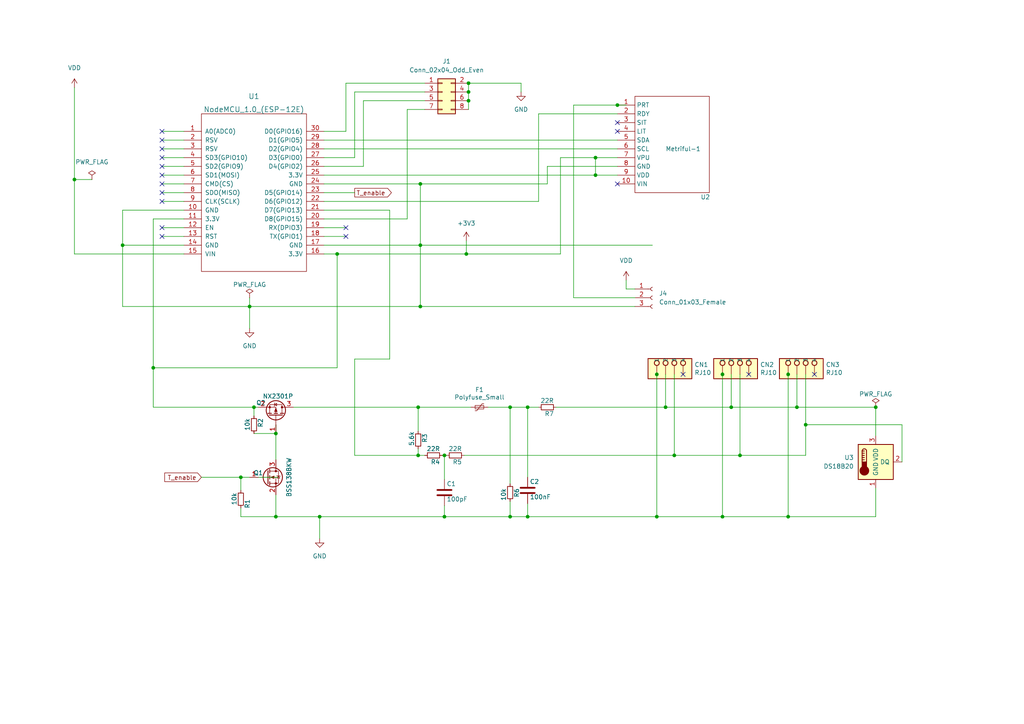
<source format=kicad_sch>
(kicad_sch (version 20211123) (generator eeschema)
  (paper "A4")
  (title_block (title "NodeMCU-Metriful") (company "Phluxus"))
  (lib_symbols
    (symbol "1wire-v0.4:Device_C" (pin_numbers hide) (pin_names (offset 0.254))
      (property "Reference" "C" (at 0.635 2.54 0))
      (property "Value" "Device_C" (at 0.635 -2.54 0))
      (symbol "Device_C_0_1"
        (polyline (pts (xy -2.032 -0.762) (xy 2.032 -0.762)) (stroke (width 0.508)))
        (polyline (pts (xy -2.032 0.762) (xy 2.032 0.762)) (stroke (width 0.508)))
      )
      (symbol "Device_C_1_1"
        (pin passive line (at 0 3.81 270) (length 2.794) (name "~") (number "1"))
        (pin passive line (at 0 -3.81 90) (length 2.794) (name "~") (number "2"))
      )
    )
    (symbol "1wire-v0.4:Device_Q_NMOS_GSD" (pin_names (offset 0) hide)
      (property "Reference" "Q" (at 5.08 1.27 0))
      (property "Value" "Device_Q_NMOS_GSD" (at 5.08 -1.27 0))
      (symbol "Device_Q_NMOS_GSD_0_1"
        (polyline (pts (xy 0.254 0) (xy -2.54 0)))
        (polyline (pts (xy 0.254 1.905) (xy 0.254 -1.905)) (stroke (width 0.254)))
        (polyline (pts (xy 0.762 -1.27) (xy 0.762 -2.286)) (stroke (width 0.254)))
        (polyline (pts (xy 0.762 0.508) (xy 0.762 -0.508)) (stroke (width 0.254)))
        (polyline (pts (xy 0.762 2.286) (xy 0.762 1.27)) (stroke (width 0.254)))
        (polyline (pts (xy 2.54 2.54) (xy 2.54 1.778)))
        (polyline (pts (xy 2.54 -2.54) (xy 2.54 0) (xy 0.762 0)))
        (polyline (pts (xy 0.762 -1.778) (xy 3.302 -1.778) (xy 3.302 1.778) (xy 0.762 1.778)))
        (polyline (pts (xy 1.016 0) (xy 2.032 0.381) (xy 2.032 -0.381) (xy 1.016 0)) (fill (type outline)))
        (polyline (pts (xy 2.794 0.508) (xy 2.921 0.381) (xy 3.683 0.381) (xy 3.81 0.254)))
        (polyline (pts (xy 3.302 0.381) (xy 2.921 -0.254) (xy 3.683 -0.254) (xy 3.302 0.381)))
        (circle (center 1.651 0) (radius 2.794) (stroke (width 0.254)))
        (circle (center 2.54 -1.778) (radius 0.254) (fill (type outline)))
        (circle (center 2.54 1.778) (radius 0.254) (fill (type outline)))
      )
      (symbol "Device_Q_NMOS_GSD_1_1"
        (pin input line (at -5.08 0 0) (length 2.54) (name "G") (number "1"))
        (pin passive line (at 2.54 -5.08 90) (length 2.54) (name "S") (number "2"))
        (pin passive line (at 2.54 5.08 270) (length 2.54) (name "D") (number "3"))
      )
    )
    (symbol "1wire-v0.4:Device_Q_PMOS_GSD" (pin_names (offset 0) hide)
      (property "Reference" "Q" (at 5.08 1.27 0))
      (property "Value" "Device_Q_PMOS_GSD" (at 5.08 -1.27 0))
      (symbol "Device_Q_PMOS_GSD_0_1"
        (polyline (pts (xy 0.254 0) (xy -2.54 0)))
        (polyline (pts (xy 0.254 1.905) (xy 0.254 -1.905)) (stroke (width 0.254)))
        (polyline (pts (xy 0.762 -1.27) (xy 0.762 -2.286)) (stroke (width 0.254)))
        (polyline (pts (xy 0.762 0.508) (xy 0.762 -0.508)) (stroke (width 0.254)))
        (polyline (pts (xy 0.762 2.286) (xy 0.762 1.27)) (stroke (width 0.254)))
        (polyline (pts (xy 2.54 2.54) (xy 2.54 1.778)))
        (polyline (pts (xy 2.54 -2.54) (xy 2.54 0) (xy 0.762 0)))
        (polyline (pts (xy 0.762 1.778) (xy 3.302 1.778) (xy 3.302 -1.778) (xy 0.762 -1.778)))
        (polyline (pts (xy 2.286 0) (xy 1.27 0.381) (xy 1.27 -0.381) (xy 2.286 0)) (fill (type outline)))
        (polyline (pts (xy 2.794 -0.508) (xy 2.921 -0.381) (xy 3.683 -0.381) (xy 3.81 -0.254)))
        (polyline (pts (xy 3.302 -0.381) (xy 2.921 0.254) (xy 3.683 0.254) (xy 3.302 -0.381)))
        (circle (center 1.651 0) (radius 2.794) (stroke (width 0.254)))
        (circle (center 2.54 -1.778) (radius 0.254) (fill (type outline)))
        (circle (center 2.54 1.778) (radius 0.254) (fill (type outline)))
      )
      (symbol "Device_Q_PMOS_GSD_1_1"
        (pin input line (at -5.08 0 0) (length 2.54) (name "G") (number "1"))
        (pin passive line (at 2.54 -5.08 90) (length 2.54) (name "S") (number "2"))
        (pin passive line (at 2.54 5.08 270) (length 2.54) (name "D") (number "3"))
      )
    )
    (symbol "1wire-v0.4:Device_R_Small" (pin_numbers hide) (pin_names (offset 0.254) hide)
      (property "Reference" "R" (at 0.762 0.508 0))
      (property "Value" "Device_R_Small" (at 0.762 -1.016 0))
      (symbol "Device_R_Small_0_1"
        (rectangle (start -0.762 1.778) (end 0.762 -1.778) (stroke (width 0.2032)))
      )
      (symbol "Device_R_Small_1_1"
        (pin passive line (at 0 2.54 270) (length 0.762) (name "~") (number "1"))
        (pin passive line (at 0 -2.54 90) (length 0.762) (name "~") (number "2"))
      )
    )
    (symbol "1wire-v0.4:Polyfuse_Small" (pin_numbers hide) (pin_names (offset 0))
      (property "Reference" "F" (at -1.905 0 90))
      (property "Value" "Polyfuse_Small" (at 1.905 0 90))
      (symbol "Polyfuse_Small_0_1"
        (rectangle (start -0.508 1.27) (end 0.508 -1.27))
        (polyline (pts (xy 0 2.54) (xy 0 -2.54)))
        (polyline (pts (xy -1.016 1.27) (xy -1.016 0.762) (xy 1.016 -0.762) (xy 1.016 -1.27)))
      )
      (symbol "Polyfuse_Small_1_1"
        (pin passive line (at 0 2.54 270) (length 0.635) (name "~") (number "1"))
        (pin passive line (at 0 -2.54 90) (length 0.635) (name "~") (number "2"))
      )
    )
    (symbol "1wire-v0.4:RJ10" (pin_numbers hide) (pin_names (offset 1.016))
      (property "Reference" "CN" (at -3.81 8.636 0))
      (property "Value" "RJ10" (at -3.81 -6.35 0))
      (symbol "RJ10_0_0"
        (rectangle (start -3.81 -5.08) (end 2.032 7.62) (stroke (width 0.254)) (fill (type background)))
        (circle (center 0.762 -2.54) (radius 0.7112) (stroke (width 0.254)))
        (circle (center 0.762 0) (radius 0.7112) (stroke (width 0.254)))
        (circle (center 0.762 2.54) (radius 0.7112) (stroke (width 0.254)))
        (circle (center 0.762 5.08) (radius 0.7112) (stroke (width 0.254)))
        (pin power_in line (at -2.54 -2.54 0) (length 2.54) (name "1") (number "1"))
        (pin power_in line (at -2.54 0 0) (length 2.54) (name "2") (number "2"))
        (pin bidirectional line (at -2.54 2.54 0) (length 2.54) (name "3") (number "3"))
        (pin bidirectional line (at -2.54 5.08 0) (length 2.54) (name "4") (number "4"))
      )
    )
    (symbol "Connector:Conn_01x03_Female" (pin_names (offset 1.016) hide)
      (property "Reference" "J" (at 0 5.08 0))
      (property "Value" "Conn_01x03_Female" (at 0 -5.08 0))
      (symbol "Conn_01x03_Female_1_1"
        (arc (start 0 -2.032) (mid -0.508 -2.54) (end 0 -3.048) (stroke (width 0.1524)))
        (polyline (pts (xy -1.27 -2.54) (xy -0.508 -2.54)) (stroke (width 0.1524)))
        (polyline (pts (xy -1.27 0) (xy -0.508 0)) (stroke (width 0.1524)))
        (polyline (pts (xy -1.27 2.54) (xy -0.508 2.54)) (stroke (width 0.1524)))
        (arc (start 0 0.508) (mid -0.508 0) (end 0 -0.508) (stroke (width 0.1524)))
        (arc (start 0 3.048) (mid -0.508 2.54) (end 0 2.032) (stroke (width 0.1524)))
        (pin passive line (at -5.08 2.54 0) (length 3.81) (name "Pin_1") (number "1"))
        (pin passive line (at -5.08 0 0) (length 3.81) (name "Pin_2") (number "2"))
        (pin passive line (at -5.08 -2.54 0) (length 3.81) (name "Pin_3") (number "3"))
      )
    )
    (symbol "Connector_Generic:Conn_02x04_Odd_Even" (pin_names (offset 1.016) hide)
      (property "Reference" "J" (at 1.27 5.08 0))
      (property "Value" "Conn_02x04_Odd_Even" (at 1.27 -7.62 0))
      (symbol "Conn_02x04_Odd_Even_1_1"
        (rectangle (start -1.27 -4.953) (end 0 -5.207) (stroke (width 0.1524)))
        (rectangle (start -1.27 -2.413) (end 0 -2.667) (stroke (width 0.1524)))
        (rectangle (start -1.27 0.127) (end 0 -0.127) (stroke (width 0.1524)))
        (rectangle (start -1.27 2.667) (end 0 2.413) (stroke (width 0.1524)))
        (rectangle (start -1.27 3.81) (end 3.81 -6.35) (stroke (width 0.254)) (fill (type background)))
        (rectangle (start 3.81 -4.953) (end 2.54 -5.207) (stroke (width 0.1524)))
        (rectangle (start 3.81 -2.413) (end 2.54 -2.667) (stroke (width 0.1524)))
        (rectangle (start 3.81 0.127) (end 2.54 -0.127) (stroke (width 0.1524)))
        (rectangle (start 3.81 2.667) (end 2.54 2.413) (stroke (width 0.1524)))
        (pin passive line (at -5.08 2.54 0) (length 3.81) (name "Pin_1") (number "1"))
        (pin passive line (at 7.62 2.54 180) (length 3.81) (name "Pin_2") (number "2"))
        (pin passive line (at -5.08 0 0) (length 3.81) (name "Pin_3") (number "3"))
        (pin passive line (at 7.62 0 180) (length 3.81) (name "Pin_4") (number "4"))
        (pin passive line (at -5.08 -2.54 0) (length 3.81) (name "Pin_5") (number "5"))
        (pin passive line (at 7.62 -2.54 180) (length 3.81) (name "Pin_6") (number "6"))
        (pin passive line (at -5.08 -5.08 0) (length 3.81) (name "Pin_7") (number "7"))
        (pin passive line (at 7.62 -5.08 180) (length 3.81) (name "Pin_8") (number "8"))
      )
    )
    (symbol "ESP8266:NodeMCU_1.0_(ESP-12E)" (pin_names (offset 1.016))
      (property "Reference" "U" (at 0 21.59 0))
      (property "Value" "NodeMCU_1.0_(ESP-12E)" (at 0 -21.59 0))
      (symbol "NodeMCU_1.0_(ESP-12E)_0_1"
        (rectangle (start -15.24 -22.86) (end 15.24 22.86))
      )
      (symbol "NodeMCU_1.0_(ESP-12E)_1_1"
        (pin input line (at -20.32 17.78 0) (length 5.08) (name "A0(ADC0)") (number "1"))
        (pin input line (at -20.32 -5.08 0) (length 5.08) (name "GND") (number "10"))
        (pin power_out line (at -20.32 -7.62 0) (length 5.08) (name "3.3V") (number "11"))
        (pin input line (at -20.32 -10.16 0) (length 5.08) (name "EN") (number "12"))
        (pin input line (at -20.32 -12.7 0) (length 5.08) (name "RST") (number "13"))
        (pin power_in line (at -20.32 -15.24 0) (length 5.08) (name "GND") (number "14"))
        (pin power_in line (at -20.32 -17.78 0) (length 5.08) (name "VIN") (number "15"))
        (pin passive line (at 20.32 -17.78 180) (length 5.08) (name "3.3V") (number "16"))
        (pin power_in line (at 20.32 -15.24 180) (length 5.08) (name "GND") (number "17"))
        (pin bidirectional line (at 20.32 -12.7 180) (length 5.08) (name "TX(GPIO1)") (number "18"))
        (pin bidirectional line (at 20.32 -10.16 180) (length 5.08) (name "RX(DPIO3)") (number "19"))
        (pin input line (at -20.32 15.24 0) (length 5.08) (name "RSV") (number "2"))
        (pin bidirectional line (at 20.32 -7.62 180) (length 5.08) (name "D8(GPIO15)") (number "20"))
        (pin bidirectional line (at 20.32 -5.08 180) (length 5.08) (name "D7(GPIO13)") (number "21"))
        (pin bidirectional line (at 20.32 -2.54 180) (length 5.08) (name "D6(GPIO12)") (number "22"))
        (pin bidirectional line (at 20.32 0 180) (length 5.08) (name "D5(GPIO14)") (number "23"))
        (pin power_in line (at 20.32 2.54 180) (length 5.08) (name "GND") (number "24"))
        (pin passive line (at 20.32 5.08 180) (length 5.08) (name "3.3V") (number "25"))
        (pin bidirectional line (at 20.32 7.62 180) (length 5.08) (name "D4(GPIO2)") (number "26"))
        (pin bidirectional line (at 20.32 10.16 180) (length 5.08) (name "D3(GPIO0)") (number "27"))
        (pin bidirectional line (at 20.32 12.7 180) (length 5.08) (name "D2(GPIO4)") (number "28"))
        (pin bidirectional line (at 20.32 15.24 180) (length 5.08) (name "D1(GPIO5)") (number "29"))
        (pin input line (at -20.32 12.7 0) (length 5.08) (name "RSV") (number "3"))
        (pin bidirectional line (at 20.32 17.78 180) (length 5.08) (name "D0(GPIO16)") (number "30"))
        (pin bidirectional line (at -20.32 10.16 0) (length 5.08) (name "SD3(GPIO10)") (number "4"))
        (pin bidirectional line (at -20.32 7.62 0) (length 5.08) (name "SD2(GPIO9)") (number "5"))
        (pin bidirectional line (at -20.32 5.08 0) (length 5.08) (name "SD1(MOSI)") (number "6"))
        (pin bidirectional line (at -20.32 2.54 0) (length 5.08) (name "CMD(CS)") (number "7"))
        (pin bidirectional line (at -20.32 0 0) (length 5.08) (name "SDO(MISO)") (number "8"))
        (pin bidirectional line (at -20.32 -2.54 0) (length 5.08) (name "CLK(SCLK)") (number "9"))
      )
    )
    (symbol "Sensor:Metriful-1"
      (property "Reference" "U" (at -10.16 16.51 0))
      (property "Value" "Metriful-1" (at 0.635 0 0))
      (symbol "Metriful-1_0_1"
        (rectangle (start -11.43 15.24) (end 10.16 -12.7))
      )
      (symbol "Metriful-1_1_1"
        (pin input line (at -16.51 12.7 0) (length 5.08) (name "PRT") (number "1"))
        (pin power_in line (at -16.51 -10.16 0) (length 5.08) (name "VIN") (number "10"))
        (pin output line (at -16.51 10.16 0) (length 5.08) (name "RDY") (number "2"))
        (pin output line (at -16.51 7.62 0) (length 5.08) (name "SIT") (number "3"))
        (pin output line (at -16.51 5.08 0) (length 5.08) (name "LIT") (number "4"))
        (pin bidirectional line (at -16.51 2.54 0) (length 5.08) (name "SDA") (number "5"))
        (pin output line (at -16.51 0 0) (length 5.08) (name "SCL") (number "6"))
        (pin input line (at -16.51 -2.54 0) (length 5.08) (name "VPU") (number "7"))
        (pin power_in line (at -16.51 -5.08 0) (length 5.08) (name "GND") (number "8"))
        (pin power_in line (at -16.51 -7.62 0) (length 5.08) (name "VDD") (number "9"))
      )
    )
    (symbol "Sensor_Temperature:DS18B20" (pin_names (offset 1.016))
      (property "Reference" "U" (at -3.81 6.35 0))
      (property "Value" "DS18B20" (at 6.35 6.35 0))
      (symbol "DS18B20_0_1"
        (rectangle (start -5.08 5.08) (end 5.08 -5.08) (stroke (width 0.254)) (fill (type background)))
        (circle (center -3.302 -2.54) (radius 1.27) (stroke (width 0.254)) (fill (type outline)))
        (rectangle (start -2.667 -1.905) (end -3.937 0) (stroke (width 0.254)) (fill (type outline)))
        (arc (start -2.667 3.175) (mid -3.302 3.81) (end -3.937 3.175) (stroke (width 0.254)))
        (polyline (pts (xy -3.937 0.635) (xy -3.302 0.635)) (stroke (width 0.254)))
        (polyline (pts (xy -3.937 1.27) (xy -3.302 1.27)) (stroke (width 0.254)))
        (polyline (pts (xy -3.937 1.905) (xy -3.302 1.905)) (stroke (width 0.254)))
        (polyline (pts (xy -3.937 2.54) (xy -3.302 2.54)) (stroke (width 0.254)))
        (polyline (pts (xy -3.937 3.175) (xy -3.937 0)) (stroke (width 0.254)))
        (polyline (pts (xy -3.937 3.175) (xy -3.302 3.175)) (stroke (width 0.254)))
        (polyline (pts (xy -2.667 3.175) (xy -2.667 0)) (stroke (width 0.254)))
      )
      (symbol "DS18B20_1_1"
        (pin power_in line (at 0 -7.62 90) (length 2.54) (name "GND") (number "1"))
        (pin bidirectional line (at 7.62 0 180) (length 2.54) (name "DQ") (number "2"))
        (pin power_in line (at 0 7.62 270) (length 2.54) (name "VDD") (number "3"))
      )
    )
    (symbol "power:+3.3V" (power) (pin_names (offset 0))
      (property "Value" "+3.3V" (at 0 3.556 0))
      (symbol "+3.3V_0_1"
        (polyline (pts (xy -0.762 1.27) (xy 0 2.54)))
        (polyline (pts (xy 0 0) (xy 0 2.54)))
        (polyline (pts (xy 0 2.54) (xy 0.762 1.27)))
      )
      (symbol "+3.3V_1_1"
        (pin power_in line (at 0 0 90) (length 0) hide (name "+3V3") (number "1"))
      )
    )
    (symbol "power:GND" (power) (pin_names (offset 0))
      (property "Value" "GND" (at 0 -3.81 0))
      (symbol "GND_0_1"
        (polyline (pts (xy 0 0) (xy 0 -1.27) (xy 1.27 -1.27) (xy 0 -2.54) (xy -1.27 -1.27) (xy 0 -1.27)))
      )
      (symbol "GND_1_1"
        (pin power_in line (at 0 0 270) (length 0) hide (name "GND") (number "1"))
      )
    )
    (symbol "power:PWR_FLAG" (power) (pin_numbers hide) (pin_names (offset 0) hide)
      (property "Value" "PWR_FLAG" (at 0 3.81 0))
      (symbol "PWR_FLAG_0_0"
        (pin power_out line (at 0 0 90) (length 0) (name "pwr") (number "1"))
      )
      (symbol "PWR_FLAG_0_1"
        (polyline (pts (xy 0 0) (xy 0 1.27) (xy -1.016 1.905) (xy 0 2.54) (xy 1.016 1.905) (xy 0 1.27)))
      )
    )
    (symbol "power:VDD" (power) (pin_names (offset 0))
      (property "Value" "VDD" (at 0 3.81 0))
      (symbol "VDD_0_1"
        (polyline (pts (xy -0.762 1.27) (xy 0 2.54)))
        (polyline (pts (xy 0 0) (xy 0 2.54)))
        (polyline (pts (xy 0 2.54) (xy 0.762 1.27)))
      )
      (symbol "VDD_1_1"
        (pin power_in line (at 0 0 90) (length 0) hide (name "VDD") (number "1"))
      )
    )
  )
  (junction (at 121.92 53.34))
  (junction (at 92.71 149.86))
  (junction (at 121.285 118.11))
  (junction (at 228.6 108.585))
  (junction (at 228.6 149.86))
  (junction (at 128.905 132.08))
  (junction (at 73.66 118.11))
  (junction (at 153.035 149.86))
  (junction (at 121.92 88.9))
  (junction (at 21.59 52.07))
  (junction (at 147.955 149.86))
  (junction (at 179.07 30.48))
  (junction (at 135.255 73.66))
  (junction (at 128.905 149.86))
  (junction (at 147.955 118.11))
  (junction (at 121.92 71.12))
  (junction (at 97.79 73.66))
  (junction (at 233.68 123.19))
  (junction (at 193.04 118.11))
  (junction (at 44.45 106.68))
  (junction (at 172.72 45.72))
  (junction (at 72.39 88.9))
  (junction (at 135.89 26.67))
  (junction (at 135.89 29.21))
  (junction (at 190.5 149.86))
  (junction (at 172.72 50.8))
  (junction (at 35.56 71.12))
  (junction (at 190.5 108.585))
  (junction (at 212.09 118.11))
  (junction (at 69.85 138.43))
  (junction (at 135.89 24.13))
  (junction (at 214.63 132.08))
  (junction (at 254 118.11))
  (junction (at 209.55 149.86))
  (junction (at 195.58 132.08))
  (junction (at 209.55 108.585))
  (junction (at 153.035 118.11))
  (junction (at 80.01 125.73))
  (junction (at 80.01 149.86))
  (junction (at 231.14 118.11))
  (junction (at 121.285 132.08))
  (no_connect (at 236.22 108.585))
  (no_connect (at 179.07 35.56))
  (no_connect (at 179.07 38.1))
  (no_connect (at 179.07 53.34))
  (no_connect (at 100.33 66.04))
  (no_connect (at 100.33 68.58))
  (no_connect (at 46.99 53.34))
  (no_connect (at 46.99 55.88))
  (no_connect (at 46.99 45.72))
  (no_connect (at 46.99 48.26))
  (no_connect (at 46.99 50.8))
  (no_connect (at 46.99 38.1))
  (no_connect (at 46.99 40.64))
  (no_connect (at 46.99 43.18))
  (no_connect (at 46.99 58.42))
  (no_connect (at 46.99 66.04))
  (no_connect (at 46.99 68.58))
  (no_connect (at 217.17 108.585))
  (no_connect (at 198.12 108.585))
  (wire (pts (xy 105.41 29.21) (xy 123.19 29.21)))
  (wire (pts (xy 73.66 125.73) (xy 80.01 125.73)))
  (wire (pts (xy 193.04 108.585) (xy 193.04 118.11)))
  (wire (pts (xy 80.01 123.19) (xy 80.01 125.73)))
  (wire (pts (xy 231.14 108.585) (xy 231.14 118.11)))
  (wire (pts (xy 123.19 26.67) (xy 102.87 26.67)))
  (wire (pts (xy 172.72 45.72) (xy 162.56 45.72)))
  (wire (pts (xy 85.09 118.11) (xy 121.285 118.11)))
  (wire (pts (xy 93.98 66.04) (xy 100.33 66.04)))
  (wire (pts (xy 121.92 88.9) (xy 184.15 88.9)))
  (wire (pts (xy 93.98 43.18) (xy 179.07 43.18)))
  (wire (pts (xy 93.98 38.1) (xy 100.33 38.1)))
  (wire (pts (xy 46.99 45.72) (xy 53.34 45.72)))
  (wire (pts (xy 135.89 24.13) (xy 135.89 26.67)))
  (wire (pts (xy 141.605 118.11) (xy 147.955 118.11)))
  (wire (pts (xy 97.79 106.68) (xy 44.45 106.68)))
  (wire (pts (xy 46.99 43.18) (xy 53.34 43.18)))
  (wire (pts (xy 254 141.605) (xy 254 149.86)))
  (wire (pts (xy 153.035 149.86) (xy 190.5 149.86)))
  (wire (pts (xy 97.79 73.66) (xy 135.255 73.66)))
  (wire (pts (xy 93.98 63.5) (xy 118.11 63.5)))
  (wire (pts (xy 135.255 73.66) (xy 162.56 73.66)))
  (wire (pts (xy 93.98 60.96) (xy 113.03 60.96)))
  (wire (pts (xy 102.87 45.72) (xy 93.98 45.72)))
  (wire (pts (xy 254 118.11) (xy 254 126.365)))
  (wire (pts (xy 44.45 106.68) (xy 44.45 118.11)))
  (wire (pts (xy 128.905 139.065) (xy 128.905 132.08)))
  (wire (pts (xy 102.87 26.67) (xy 102.87 45.72)))
  (wire (pts (xy 73.66 118.11) (xy 74.93 118.11)))
  (wire (pts (xy 134.62 132.08) (xy 195.58 132.08)))
  (wire (pts (xy 46.99 40.64) (xy 53.34 40.64)))
  (wire (pts (xy 128.905 149.86) (xy 147.955 149.86)))
  (wire (pts (xy 123.19 24.13) (xy 100.33 24.13)))
  (wire (pts (xy 128.905 146.685) (xy 128.905 149.86)))
  (wire (pts (xy 153.035 146.05) (xy 153.035 149.86)))
  (wire (pts (xy 69.85 138.43) (xy 80.645 138.43)))
  (wire (pts (xy 233.68 123.19) (xy 261.62 123.19)))
  (wire (pts (xy 118.11 31.75) (xy 118.11 63.5)))
  (wire (pts (xy 158.75 53.34) (xy 158.75 48.26)))
  (wire (pts (xy 46.99 66.04) (xy 53.34 66.04)))
  (wire (pts (xy 228.6 108.585) (xy 228.6 149.86)))
  (wire (pts (xy 121.285 132.08) (xy 123.19 132.08)))
  (wire (pts (xy 179.07 30.48) (xy 166.37 30.48)))
  (wire (pts (xy 53.34 60.96) (xy 35.56 60.96)))
  (wire (pts (xy 113.03 104.14) (xy 102.87 104.14)))
  (wire (pts (xy 209.55 107.95) (xy 209.55 108.585)))
  (wire (pts (xy 135.89 29.21) (xy 135.89 31.75)))
  (wire (pts (xy 190.5 107.95) (xy 190.5 108.585)))
  (wire (pts (xy 158.75 48.26) (xy 179.07 48.26)))
  (wire (pts (xy 193.04 118.11) (xy 212.09 118.11)))
  (wire (pts (xy 93.98 40.64) (xy 179.07 40.64)))
  (wire (pts (xy 44.45 63.5) (xy 53.34 63.5)))
  (wire (pts (xy 100.33 24.13) (xy 100.33 38.1)))
  (wire (pts (xy 233.68 108.585) (xy 233.68 123.19)))
  (wire (pts (xy 172.72 45.72) (xy 172.72 50.8)))
  (wire (pts (xy 153.035 118.11) (xy 156.21 118.11)))
  (wire (pts (xy 166.37 30.48) (xy 166.37 86.36)))
  (wire (pts (xy 80.01 143.51) (xy 80.01 149.86)))
  (wire (pts (xy 179.07 33.02) (xy 156.21 33.02)))
  (wire (pts (xy 147.955 140.335) (xy 147.955 118.11)))
  (wire (pts (xy 72.39 88.9) (xy 72.39 95.25)))
  (wire (pts (xy 209.55 149.86) (xy 228.6 149.86)))
  (wire (pts (xy 69.85 149.86) (xy 80.01 149.86)))
  (wire (pts (xy 93.98 68.58) (xy 100.33 68.58)))
  (wire (pts (xy 189.23 71.12) (xy 121.92 71.12)))
  (wire (pts (xy 46.99 53.34) (xy 53.34 53.34)))
  (wire (pts (xy 121.92 53.34) (xy 121.92 71.12)))
  (wire (pts (xy 35.56 71.12) (xy 35.56 88.9)))
  (wire (pts (xy 190.5 149.86) (xy 209.55 149.86)))
  (wire (pts (xy 21.59 52.07) (xy 21.59 73.66)))
  (wire (pts (xy 190.5 108.585) (xy 190.5 149.86)))
  (wire (pts (xy 44.45 63.5) (xy 44.45 106.68)))
  (wire (pts (xy 58.42 138.43) (xy 69.85 138.43)))
  (wire (pts (xy 121.92 53.34) (xy 158.75 53.34)))
  (wire (pts (xy 121.285 118.11) (xy 121.285 125.095)))
  (wire (pts (xy 72.39 86.36) (xy 72.39 88.9)))
  (wire (pts (xy 72.39 88.9) (xy 121.92 88.9)))
  (wire (pts (xy 166.37 86.36) (xy 184.15 86.36)))
  (wire (pts (xy 162.56 45.72) (xy 162.56 73.66)))
  (wire (pts (xy 172.72 50.8) (xy 179.07 50.8)))
  (wire (pts (xy 93.98 50.8) (xy 172.72 50.8)))
  (wire (pts (xy 69.85 147.32) (xy 69.85 149.86)))
  (wire (pts (xy 102.87 132.08) (xy 121.285 132.08)))
  (wire (pts (xy 195.58 108.585) (xy 195.58 132.08)))
  (wire (pts (xy 69.85 138.43) (xy 69.85 142.24)))
  (wire (pts (xy 92.71 149.86) (xy 128.905 149.86)))
  (wire (pts (xy 80.01 149.86) (xy 92.71 149.86)))
  (wire (pts (xy 93.98 53.34) (xy 121.92 53.34)))
  (wire (pts (xy 179.07 45.72) (xy 172.72 45.72)))
  (wire (pts (xy 102.87 104.14) (xy 102.87 132.08)))
  (wire (pts (xy 35.56 71.12) (xy 53.34 71.12)))
  (wire (pts (xy 46.99 38.1) (xy 53.34 38.1)))
  (wire (pts (xy 93.98 58.42) (xy 156.21 58.42)))
  (wire (pts (xy 93.98 48.26) (xy 105.41 48.26)))
  (wire (pts (xy 73.66 120.65) (xy 73.66 118.11)))
  (wire (pts (xy 92.71 149.86) (xy 92.71 156.21)))
  (wire (pts (xy 135.255 69.85) (xy 135.255 73.66)))
  (wire (pts (xy 46.99 50.8) (xy 53.34 50.8)))
  (wire (pts (xy 151.13 26.67) (xy 151.13 24.13)))
  (wire (pts (xy 123.19 31.75) (xy 118.11 31.75)))
  (wire (pts (xy 233.68 123.19) (xy 233.68 132.08)))
  (wire (pts (xy 97.79 73.66) (xy 97.79 106.68)))
  (wire (pts (xy 209.55 108.585) (xy 209.55 149.86)))
  (wire (pts (xy 214.63 132.08) (xy 233.68 132.08)))
  (wire (pts (xy 254 118.11) (xy 231.14 118.11)))
  (wire (pts (xy 21.59 25.4) (xy 21.59 52.07)))
  (wire (pts (xy 181.61 83.82) (xy 184.15 83.82)))
  (wire (pts (xy 46.99 58.42) (xy 53.34 58.42)))
  (wire (pts (xy 151.13 24.13) (xy 135.89 24.13)))
  (wire (pts (xy 212.09 108.585) (xy 212.09 118.11)))
  (wire (pts (xy 195.58 132.08) (xy 214.63 132.08)))
  (wire (pts (xy 93.98 73.66) (xy 97.79 73.66)))
  (wire (pts (xy 80.01 125.73) (xy 80.01 133.35)))
  (wire (pts (xy 105.41 48.26) (xy 105.41 29.21)))
  (wire (pts (xy 93.98 71.12) (xy 121.92 71.12)))
  (wire (pts (xy 228.6 107.95) (xy 228.6 108.585)))
  (wire (pts (xy 147.955 118.11) (xy 153.035 118.11)))
  (wire (pts (xy 147.955 145.415) (xy 147.955 149.86)))
  (wire (pts (xy 46.99 68.58) (xy 53.34 68.58)))
  (wire (pts (xy 21.59 52.07) (xy 26.67 52.07)))
  (wire (pts (xy 156.21 33.02) (xy 156.21 58.42)))
  (wire (pts (xy 179.07 30.48) (xy 181.61 30.48)))
  (wire (pts (xy 181.61 81.28) (xy 181.61 83.82)))
  (wire (pts (xy 121.92 71.12) (xy 121.92 88.9)))
  (wire (pts (xy 113.03 60.96) (xy 113.03 104.14)))
  (wire (pts (xy 46.99 55.88) (xy 53.34 55.88)))
  (wire (pts (xy 261.62 123.19) (xy 261.62 133.985)))
  (wire (pts (xy 44.45 118.11) (xy 73.66 118.11)))
  (wire (pts (xy 93.98 55.88) (xy 102.87 55.88)))
  (wire (pts (xy 129.54 132.08) (xy 128.905 132.08)))
  (wire (pts (xy 46.99 48.26) (xy 53.34 48.26)))
  (wire (pts (xy 35.56 88.9) (xy 72.39 88.9)))
  (wire (pts (xy 147.955 149.86) (xy 153.035 149.86)))
  (wire (pts (xy 35.56 60.96) (xy 35.56 71.12)))
  (wire (pts (xy 135.89 26.67) (xy 135.89 29.21)))
  (wire (pts (xy 161.29 118.11) (xy 193.04 118.11)))
  (wire (pts (xy 214.63 108.585) (xy 214.63 132.08)))
  (wire (pts (xy 21.59 73.66) (xy 53.34 73.66)))
  (wire (pts (xy 212.09 118.11) (xy 231.14 118.11)))
  (wire (pts (xy 128.27 132.08) (xy 128.905 132.08)))
  (wire (pts (xy 121.285 130.175) (xy 121.285 132.08)))
  (wire (pts (xy 254 149.86) (xy 228.6 149.86)))
  (wire (pts (xy 121.285 118.11) (xy 136.525 118.11)))
  (wire (pts (xy 153.035 138.43) (xy 153.035 118.11)))
  (global_label "T_enable" (shape input) (at 58.42 138.43 180) (property "Intersheet References" "${INTERSHEET_REFS}" (effects hide)))
  (global_label "T_enable" (shape output) (at 102.87 55.88 0) (property "Intersheet References" "${INTERSHEET_REFS}" (effects hide)))
  (symbol (lib_id "power:GND") (at 151.13 26.67 0) (unit 1)
    (property "Reference" "#PWR03" (effects hide))
    (property "Value" "GND" (at 151.13 31.75 0))
  )
  (symbol (lib_id "power:PWR_FLAG") (at 254 118.11 0) (unit 1)
    (property "Reference" "#FLG0103" (effects hide))
    (property "Value" "PWR_FLAG" (at 254 114.3 0))
  )
  (symbol (lib_id "1wire-v0.4:Device_R_Small") (at 69.85 144.78 180) (unit 1)
    (property "Reference" "R1" (at 71.755 144.78 90) (effects (justify left)))
    (property "Value" "10k" (at 67.945 142.875 90) (effects (justify left)))
    (property "Footprint" "Resistor_SMD:R_0805_2012Metric_Pad1.20x1.40mm_HandSolder" (effects hide))
  )
  (symbol (lib_id "1wire-v0.4:Device_Q_NMOS_GSD") (at 77.47 138.43 0) (unit 1)
    (property "Reference" "Q1" (at 74.93 137.16 0))
    (property "Value" "BSS138BKW" (at 83.82 138.43 90))
    (property "Footprint" "Package_TO_SOT_SMD:SOT-323_SC-70_Handsoldering" (effects hide))
  )
  (symbol (lib_id "1wire-v0.4:Device_Q_PMOS_GSD") (at 80.01 120.65 270) (mirror x) (unit 1)
    (property "Reference" "Q2" (at 74.295 116.84 90) (effects (justify left)))
    (property "Value" "NX2301P" (at 76.2 114.935 90) (effects (justify left)))
    (property "Footprint" "1wire-v0.4:SOT-23-3" (effects hide))
  )
  (symbol (lib_id "power:+3.3V") (at 135.255 69.85 0) (unit 1)
    (property "Reference" "#PWR0101" (effects hide))
    (property "Value" "+3.3V" (at 135.255 64.77 0))
  )
  (symbol (lib_id "ESP8266:NodeMCU_1.0_(ESP-12E)") (at 73.66 55.88 0) (unit 1)
    (property "Reference" "U1" (at 73.66 27.94 0) (effects (font (size 1.524 1.524))))
    (property "Value" "NodeMCU_1.0_(ESP-12E)" (at 73.66 31.75 0) (effects (font (size 1.524 1.524))))
    (property "Footprint" "NodeMCU:NodeMCU_0.1_Axel" (effects hide))
  )
  (symbol (lib_id "Sensor:Metriful-1") (at 195.58 43.18 0) (unit 1)
    (property "Reference" "U2" (at 203.2 57.15 0) (effects (justify left)))
    (property "Value" "Metriful-1" (at 193.04 43.18 0) (effects (justify left)))
    (property "Footprint" "Sensor:Metriful-1" (effects hide))
  )
  (symbol (lib_id "1wire-v0.4:Device_R_Small") (at 147.955 142.875 180) (unit 1)
    (property "Reference" "R6" (at 149.86 141.605 90) (effects (justify left)))
    (property "Value" "10k" (at 146.05 141.605 90) (effects (justify left)))
    (property "Footprint" "Resistor_SMD:R_0805_2012Metric_Pad1.20x1.40mm_HandSolder" (effects hide))
  )
  (symbol (lib_id "power:VDD") (at 21.59 25.4 0) (unit 1)
    (property "Reference" "#PWR0103" (effects hide))
    (property "Value" "VDD" (at 21.59 19.685 0))
  )
  (symbol (lib_id "1wire-v0.4:RJ10") (at 193.04 106.045 270) (mirror x) (unit 1)
    (property "Reference" "CN1" (at 201.422 105.7656 90) (effects (justify left)))
    (property "Value" "RJ10" (at 201.422 108.077 90) (effects (justify left)))
    (property "Footprint" "1wire-v0.4:rj10" (effects hide))
  )
  (symbol (lib_id "1wire-v0.4:Device_R_Small") (at 73.66 123.19 180) (unit 1)
    (property "Reference" "R2" (at 75.565 121.285 90) (effects (justify left)))
    (property "Value" "10k" (at 71.755 121.285 90) (effects (justify left)))
    (property "Footprint" "Resistor_SMD:R_0805_2012Metric_Pad1.20x1.40mm_HandSolder" (effects hide))
  )
  (symbol (lib_id "1wire-v0.4:RJ10") (at 212.09 106.045 270) (mirror x) (unit 1)
    (property "Reference" "CN2" (at 220.472 105.7656 90) (effects (justify left)))
    (property "Value" "RJ10" (at 220.472 108.077 90) (effects (justify left)))
    (property "Footprint" "1wire-v0.4:rj10" (effects hide))
  )
  (symbol (lib_id "1wire-v0.4:Device_C") (at 128.905 142.875 0) (unit 1)
    (property "Reference" "C1" (at 129.54 140.335 0) (effects (justify left)))
    (property "Value" "100pF" (at 129.54 144.78 0) (effects (justify left)))
    (property "Footprint" "Capacitor_SMD:C_0805_2012Metric_Pad1.18x1.45mm_HandSolder" (effects hide))
  )
  (symbol (lib_id "1wire-v0.4:RJ10") (at 231.14 106.045 270) (mirror x) (unit 1)
    (property "Reference" "CN3" (at 239.522 105.7656 90) (effects (justify left)))
    (property "Value" "RJ10" (at 239.522 108.077 90) (effects (justify left)))
    (property "Footprint" "1wire-v0.4:rj10" (effects hide))
  )
  (symbol (lib_id "Connector:Conn_01x03_Female") (at 189.23 86.36 0) (unit 1)
    (property "Reference" "J4" (at 191.135 85.0899 0) (effects (justify left)))
    (property "Value" "Conn_01x03_Female" (at 191.135 87.6299 0) (effects (justify left)))
    (property "Footprint" "Connector_JST:JST_PH_B3B-PH-K_1x03_P2.00mm_Vertical" (effects hide))
  )
  (symbol (lib_id "1wire-v0.4:Device_C") (at 153.035 142.24 0) (unit 1)
    (property "Reference" "C2" (at 153.67 139.7 0) (effects (justify left)))
    (property "Value" "100nF" (at 153.67 144.145 0) (effects (justify left)))
    (property "Footprint" "Capacitor_SMD:C_0805_2012Metric" (effects hide))
  )
  (symbol (lib_id "power:VDD") (at 181.61 81.28 0) (unit 1)
    (property "Reference" "#PWR04" (effects hide))
    (property "Value" "VDD" (at 181.61 75.565 0))
  )
  (symbol (lib_id "1wire-v0.4:Polyfuse_Small") (at 139.065 118.11 270) (unit 1)
    (property "Reference" "F1" (at 139.065 113.03 90))
    (property "Value" "Polyfuse_Small" (at 139.065 115.2144 90))
    (property "Footprint" "Fuse:Fuse_1210_3225Metric_Pad1.42x2.65mm_HandSolder" (effects hide))
  )
  (symbol (lib_id "1wire-v0.4:Device_R_Small") (at 125.73 132.08 90) (unit 1)
    (property "Reference" "R4" (at 127.635 133.985 90) (effects (justify left)))
    (property "Value" "22R" (at 127.635 130.175 90) (effects (justify left)))
    (property "Footprint" "Resistor_SMD:R_0805_2012Metric_Pad1.20x1.40mm_HandSolder" (effects hide))
  )
  (symbol (lib_id "1wire-v0.4:Device_R_Small") (at 121.285 127.635 180) (unit 1)
    (property "Reference" "R3" (at 123.19 125.73 90) (effects (justify left)))
    (property "Value" "5.6k" (at 119.38 125.095 90) (effects (justify left)))
    (property "Footprint" "Resistor_SMD:R_0805_2012Metric_Pad1.20x1.40mm_HandSolder" (effects hide))
  )
  (symbol (lib_id "power:PWR_FLAG") (at 26.67 52.07 0) (unit 1)
    (property "Reference" "#FLG0101" (effects hide))
    (property "Value" "PWR_FLAG" (at 26.67 46.99 0))
  )
  (symbol (lib_id "1wire-v0.4:Device_R_Small") (at 158.75 118.11 90) (unit 1)
    (property "Reference" "R7" (at 160.655 120.015 90) (effects (justify left)))
    (property "Value" "22R" (at 160.655 116.205 90) (effects (justify left)))
    (property "Footprint" "Resistor_SMD:R_0805_2012Metric_Pad1.20x1.40mm_HandSolder" (effects hide))
  )
  (symbol (lib_id "1wire-v0.4:Device_R_Small") (at 132.08 132.08 90) (unit 1)
    (property "Reference" "R5" (at 133.985 133.985 90) (effects (justify left)))
    (property "Value" "22R" (at 133.985 130.175 90) (effects (justify left)))
    (property "Footprint" "Resistor_SMD:R_0805_2012Metric_Pad1.20x1.40mm_HandSolder" (effects hide))
  )
  (symbol (lib_id "Connector_Generic:Conn_02x04_Odd_Even") (at 128.27 26.67 0) (unit 1)
    (property "Reference" "J1" (at 129.54 17.78 0))
    (property "Value" "Conn_02x04_Odd_Even" (at 129.54 20.32 0))
    (property "Footprint" "Connector_PinHeader_2.54mm:PinHeader_2x04_P2.54mm_Vertical" (effects hide))
  )
  (symbol (lib_id "power:GND") (at 92.71 156.21 0) (unit 1)
    (property "Reference" "#PWR02" (effects hide))
    (property "Value" "GND" (at 92.71 161.29 0))
  )
  (symbol (lib_id "Sensor_Temperature:DS18B20") (at 254 133.985 0) (unit 1)
    (property "Reference" "U3" (at 247.65 132.7149 0) (effects (justify right)))
    (property "Value" "DS18B20" (at 247.65 135.2549 0) (effects (justify right)))
    (property "Footprint" "Package_TO_SOT_THT:TO-92_Inline" (effects hide))
    (property "Datasheet" "http://datasheets.maximintegrated.com/en/ds/DS18B20.pdf" (effects hide))
  )
  (symbol (lib_id "power:PWR_FLAG") (at 72.39 86.36 0) (unit 1)
    (property "Reference" "#FLG0102" (effects hide))
    (property "Value" "PWR_FLAG" (at 72.39 82.55 0))
  )
  (symbol (lib_id "power:GND") (at 72.39 95.25 0) (unit 1)
    (property "Reference" "#PWR01" (effects hide))
    (property "Value" "GND" (at 72.39 100.33 0))
  )
)
</source>
